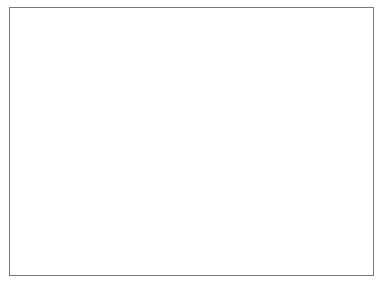
<source format=gbr>
%TF.GenerationSoftware,KiCad,Pcbnew,8.0.8*%
%TF.CreationDate,2025-04-16T10:37:28-04:00*%
%TF.ProjectId,DFPlayer and LCD,4446506c-6179-4657-9220-616e64204c43,rev?*%
%TF.SameCoordinates,Original*%
%TF.FileFunction,Profile,NP*%
%FSLAX46Y46*%
G04 Gerber Fmt 4.6, Leading zero omitted, Abs format (unit mm)*
G04 Created by KiCad (PCBNEW 8.0.8) date 2025-04-16 10:37:28*
%MOMM*%
%LPD*%
G01*
G04 APERTURE LIST*
%TA.AperFunction,Profile*%
%ADD10C,0.050000*%
%TD*%
G04 APERTURE END LIST*
D10*
X159359998Y-53848000D02*
X190149998Y-53848000D01*
X190149998Y-76550000D01*
X159359998Y-76550000D01*
X159359998Y-53848000D01*
M02*

</source>
